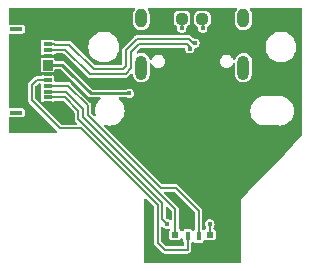
<source format=gbr>
%TF.GenerationSoftware,KiCad,Pcbnew,(6.0.9)*%
%TF.CreationDate,2022-11-22T21:50:02-05:00*%
%TF.ProjectId,011,3031312e-6b69-4636-9164-5f7063625858,rev?*%
%TF.SameCoordinates,Original*%
%TF.FileFunction,Copper,L1,Top*%
%TF.FilePolarity,Positive*%
%FSLAX46Y46*%
G04 Gerber Fmt 4.6, Leading zero omitted, Abs format (unit mm)*
G04 Created by KiCad (PCBNEW (6.0.9)) date 2022-11-22 21:50:02*
%MOMM*%
%LPD*%
G01*
G04 APERTURE LIST*
G04 Aperture macros list*
%AMRoundRect*
0 Rectangle with rounded corners*
0 $1 Rounding radius*
0 $2 $3 $4 $5 $6 $7 $8 $9 X,Y pos of 4 corners*
0 Add a 4 corners polygon primitive as box body*
4,1,4,$2,$3,$4,$5,$6,$7,$8,$9,$2,$3,0*
0 Add four circle primitives for the rounded corners*
1,1,$1+$1,$2,$3*
1,1,$1+$1,$4,$5*
1,1,$1+$1,$6,$7*
1,1,$1+$1,$8,$9*
0 Add four rect primitives between the rounded corners*
20,1,$1+$1,$2,$3,$4,$5,0*
20,1,$1+$1,$4,$5,$6,$7,0*
20,1,$1+$1,$6,$7,$8,$9,0*
20,1,$1+$1,$8,$9,$2,$3,0*%
G04 Aperture macros list end*
%TA.AperFunction,NonConductor*%
%ADD10C,0.000100*%
%TD*%
%TA.AperFunction,SMDPad,CuDef*%
%ADD11RoundRect,0.237500X0.250000X0.237500X-0.250000X0.237500X-0.250000X-0.237500X0.250000X-0.237500X0*%
%TD*%
%TA.AperFunction,SMDPad,CuDef*%
%ADD12RoundRect,0.237500X-0.250000X-0.237500X0.250000X-0.237500X0.250000X0.237500X-0.250000X0.237500X0*%
%TD*%
%TA.AperFunction,SMDPad,CuDef*%
%ADD13R,0.762000X0.355600*%
%TD*%
%TA.AperFunction,SMDPad,CuDef*%
%ADD14R,1.041400X0.355600*%
%TD*%
%TA.AperFunction,SMDPad,CuDef*%
%ADD15R,0.600000X0.500000*%
%TD*%
%TA.AperFunction,SMDPad,CuDef*%
%ADD16R,0.440000X0.750000*%
%TD*%
%TA.AperFunction,ComponentPad*%
%ADD17O,1.000000X2.100000*%
%TD*%
%TA.AperFunction,ComponentPad*%
%ADD18O,1.000000X1.600000*%
%TD*%
%TA.AperFunction,ViaPad*%
%ADD19C,0.400000*%
%TD*%
%TA.AperFunction,Conductor*%
%ADD20C,0.200000*%
%TD*%
%TA.AperFunction,Conductor*%
%ADD21C,0.250000*%
%TD*%
G04 APERTURE END LIST*
D10*
G36*
X108026200Y-58802399D02*
G01*
X107264200Y-58802399D01*
X107264200Y-57946798D01*
X108026200Y-57946798D01*
X108026200Y-58802399D01*
G37*
X108026200Y-58802399D02*
X107264200Y-58802399D01*
X107264200Y-57946798D01*
X108026200Y-57946798D01*
X108026200Y-58802399D01*
D11*
%TO.P,R2,1*%
%TO.N,GND*%
X122578500Y-54480000D03*
%TO.P,R2,2*%
%TO.N,Net-(J1-PadB5)*%
X120753500Y-54480000D03*
%TD*%
D12*
%TO.P,R1,1*%
%TO.N,GND*%
X117197500Y-54470900D03*
%TO.P,R1,2*%
%TO.N,Net-(J1-PadA5)*%
X119022500Y-54470900D03*
%TD*%
D13*
%TO.P,011,1*%
%TO.N,GND*%
X107645200Y-56124599D03*
%TO.P,011,2*%
%TO.N,/d+*%
X107645200Y-56624598D03*
%TO.P,011,3*%
%TO.N,/d-*%
X107645200Y-57124600D03*
%TO.P,011,4*%
%TO.N,GND*%
X107645200Y-57624599D03*
%TO.P,011,5*%
%TO.N,VCC*%
X107645200Y-58124598D03*
%TO.P,011,6*%
X107645200Y-58624599D03*
%TO.P,011,7*%
%TO.N,GND*%
X107645200Y-59124599D03*
%TO.P,011,8*%
%TO.N,/Annode*%
X107645200Y-59624600D03*
%TO.P,011,9*%
%TO.N,/G*%
X107645200Y-60124599D03*
%TO.P,011,10*%
%TO.N,/R*%
X107645200Y-60624598D03*
%TO.P,011,11*%
%TO.N,/B*%
X107645200Y-61124600D03*
%TO.P,011,12*%
%TO.N,GND*%
X107645200Y-61624599D03*
D14*
%TO.P,011,13*%
%TO.N,N/C*%
X104995200Y-55334598D03*
%TO.P,011,14*%
X104995200Y-62414600D03*
%TD*%
D15*
%TO.P,LED,1*%
%TO.N,/R*%
X118450000Y-72745000D03*
D16*
%TO.P,LED,2*%
%TO.N,/Annode*%
X119520000Y-72870000D03*
%TO.P,LED,3*%
%TO.N,/G*%
X120420000Y-72870000D03*
D15*
%TO.P,LED,4*%
%TO.N,/B*%
X121370000Y-72745000D03*
%TD*%
D17*
%TO.P,USB,S1*%
%TO.N,N/C*%
X115584900Y-58600900D03*
D18*
X124224900Y-54420900D03*
X115584900Y-54420900D03*
D17*
X124224900Y-58600900D03*
%TD*%
D19*
%TO.N,GND*%
X120243600Y-73964800D03*
X116713000Y-74244200D03*
X116205000Y-70637400D03*
X118160800Y-69443600D03*
X117856000Y-70916800D03*
X119761000Y-68961000D03*
X106680000Y-56515000D03*
X122047000Y-63754000D03*
X113538000Y-63881000D03*
X107420000Y-63560000D03*
X120015000Y-61087000D03*
X112268000Y-59944000D03*
X114046000Y-56388000D03*
X122047000Y-66675000D03*
X114554000Y-55753000D03*
X118821200Y-73456800D03*
X120904000Y-62738000D03*
X116459000Y-57277000D03*
X117094000Y-67437000D03*
X111379000Y-61341000D03*
X108585000Y-61772800D03*
X121031000Y-56642000D03*
X123825000Y-67183000D03*
X121920000Y-68326000D03*
X119380000Y-57785000D03*
X108762800Y-56057800D03*
X110744000Y-59436000D03*
X118110000Y-57277000D03*
X118618000Y-60960000D03*
X123571000Y-70739000D03*
X119430000Y-71080000D03*
X109093000Y-62865000D03*
X121158000Y-58039000D03*
X115443000Y-65786000D03*
X105110000Y-63460000D03*
X119888000Y-55499000D03*
X106832400Y-60629800D03*
X122428000Y-56769000D03*
X115062000Y-61595000D03*
X106807000Y-59055000D03*
X108686600Y-59359800D03*
X109829600Y-56108600D03*
X122047000Y-55499000D03*
X117221000Y-55499000D03*
X108661200Y-57708800D03*
X121666000Y-70739000D03*
X110820200Y-57073800D03*
X119253000Y-62230000D03*
X123825000Y-62865000D03*
X116967000Y-61976000D03*
X117620000Y-72850000D03*
%TO.N,Net-(J1-PadB5)*%
X120777000Y-55245000D03*
%TO.N,Net-(J1-PadA5)*%
X118999000Y-55245000D03*
%TO.N,/d-*%
X119658190Y-56998810D03*
%TO.N,/d+*%
X120117810Y-56539190D03*
%TO.N,VCC*%
X114546168Y-60779632D03*
%TO.N,/B*%
X121370000Y-71840000D03*
X117750000Y-71840000D03*
%TD*%
D20*
%TO.N,/d+*%
X108241702Y-56649599D02*
X108216701Y-56624598D01*
X109481599Y-56649599D02*
X108241702Y-56649599D01*
X111535000Y-58703000D02*
X109481599Y-56649599D01*
X114054400Y-58703000D02*
X111535000Y-58703000D01*
X114278200Y-58479200D02*
X114054400Y-58703000D01*
X108216701Y-56624598D02*
X107645200Y-56624598D01*
X119976389Y-56539190D02*
X119600199Y-56163000D01*
X114278200Y-57107600D02*
X114278200Y-58479200D01*
%TO.N,/d-*%
X119658190Y-56998810D02*
X119658190Y-56857389D01*
%TO.N,/d+*%
X115222800Y-56163000D02*
X114278200Y-57107600D01*
X119600199Y-56163000D02*
X115222800Y-56163000D01*
X120117810Y-56539190D02*
X119976389Y-56539190D01*
%TO.N,/d-*%
X109147601Y-57099599D02*
X108241702Y-57099599D01*
X119658190Y-56857389D02*
X119413801Y-56613000D01*
X119413801Y-56613000D02*
X115409200Y-56613000D01*
X114728200Y-57294000D02*
X114728200Y-58665600D01*
X115409200Y-56613000D02*
X114728200Y-57294000D01*
X114728200Y-58665600D02*
X114240800Y-59153000D01*
X114240800Y-59153000D02*
X111201002Y-59153000D01*
X111201002Y-59153000D02*
X109147601Y-57099599D01*
X108241702Y-57099599D02*
X108216701Y-57124600D01*
X108216701Y-57124600D02*
X107645200Y-57124600D01*
%TO.N,Net-(J1-PadB5)*%
X120777000Y-55245000D02*
X120777000Y-54444400D01*
X120777000Y-54444400D02*
X120753500Y-54420900D01*
D21*
X121004900Y-54433400D02*
X120992400Y-54420900D01*
D20*
%TO.N,Net-(J1-PadA5)*%
X118999000Y-55245000D02*
X118999000Y-54494400D01*
D21*
X118754900Y-54520900D02*
X118804900Y-54470900D01*
D20*
X118999000Y-54494400D02*
X119022500Y-54470900D01*
%TO.N,VCC*%
X107645200Y-58624599D02*
X107648899Y-58620900D01*
D21*
X109639300Y-59118700D02*
X108889800Y-58369200D01*
X108889800Y-58369200D02*
X107645200Y-58369200D01*
X109639300Y-59120901D02*
X111298031Y-60779632D01*
X111298031Y-60779632D02*
X114546168Y-60779632D01*
X109639300Y-59120901D02*
X109639300Y-59118700D01*
D20*
%TO.N,/B*%
X117354908Y-71444908D02*
X117750000Y-71840000D01*
X110236000Y-62958502D02*
X117354908Y-70077410D01*
X121370000Y-71840000D02*
X121370000Y-72745000D01*
X117354908Y-70077410D02*
X117354908Y-71444908D01*
X110236000Y-62259798D02*
X110236000Y-62958502D01*
X107645200Y-61124600D02*
X109100802Y-61124600D01*
X109100802Y-61124600D02*
X110236000Y-62259798D01*
%TO.N,/R*%
X109166499Y-60624598D02*
X110636010Y-62094110D01*
X107639998Y-60629800D02*
X107645200Y-60624598D01*
X107645199Y-60624599D02*
X107645200Y-60624598D01*
X110636010Y-62094110D02*
X110636010Y-62792814D01*
X107645200Y-60624598D02*
X109166499Y-60624598D01*
X110636010Y-62792814D02*
X118450000Y-70606804D01*
X118450000Y-70606804D02*
X118450000Y-72745000D01*
%TO.N,/G*%
X118500880Y-68795980D02*
X117204874Y-68795980D01*
X120420000Y-72870000D02*
X120420000Y-70715100D01*
X111036020Y-61790578D02*
X109471421Y-60225979D01*
X109370041Y-60124599D02*
X109471421Y-60225979D01*
X120420000Y-70715100D02*
X118500880Y-68795980D01*
X111036020Y-62627126D02*
X111036020Y-61790578D01*
X107645200Y-60124599D02*
X109370041Y-60124599D01*
X117204874Y-68795980D02*
X111036020Y-62627126D01*
%TO.N,/Annode*%
X107645200Y-59624600D02*
X106745400Y-59624600D01*
X106745400Y-59624600D02*
X106299000Y-60071000D01*
X119520000Y-74020000D02*
X119500000Y-74040000D01*
X110465800Y-63754000D02*
X116954900Y-70243100D01*
X106299000Y-60071000D02*
X106299000Y-61377201D01*
X116954900Y-73444900D02*
X117550000Y-74040000D01*
X116954900Y-70243100D02*
X116954900Y-73444900D01*
X106299000Y-61377201D02*
X108675799Y-63754000D01*
X119520000Y-72870000D02*
X119520000Y-74020000D01*
X117550000Y-74040000D02*
X119500000Y-74040000D01*
X107648900Y-59620900D02*
X107645200Y-59624600D01*
X108675799Y-63754000D02*
X110465800Y-63754000D01*
%TD*%
%TA.AperFunction,Conductor*%
%TO.N,GND*%
G36*
X115004178Y-53559407D02*
G01*
X115040142Y-53608907D01*
X115040142Y-53670093D01*
X115026984Y-53696425D01*
X114963013Y-53787447D01*
X114955455Y-53806832D01*
X114907711Y-53929289D01*
X114901424Y-53945413D01*
X114884400Y-54074726D01*
X114884400Y-54763416D01*
X114885456Y-54772144D01*
X114895943Y-54858800D01*
X114899624Y-54889220D01*
X114959555Y-55047823D01*
X114962935Y-55052740D01*
X114962936Y-55052743D01*
X115040179Y-55165131D01*
X115055588Y-55187551D01*
X115182179Y-55300340D01*
X115332019Y-55379676D01*
X115414239Y-55400328D01*
X115490669Y-55419527D01*
X115490672Y-55419527D01*
X115496459Y-55420981D01*
X115582059Y-55421429D01*
X115660039Y-55421838D01*
X115660041Y-55421838D01*
X115666005Y-55421869D01*
X115671801Y-55420477D01*
X115671805Y-55420477D01*
X115779197Y-55394693D01*
X115830868Y-55382288D01*
X115906199Y-55343407D01*
X115976225Y-55307264D01*
X115976227Y-55307262D01*
X115981531Y-55304525D01*
X116109296Y-55193069D01*
X116138906Y-55150939D01*
X116203356Y-55059235D01*
X116203356Y-55059234D01*
X116206787Y-55054353D01*
X116268376Y-54896387D01*
X116281000Y-54800500D01*
X116284977Y-54770287D01*
X116285400Y-54767074D01*
X116285400Y-54181067D01*
X118334500Y-54181067D01*
X118334501Y-54760732D01*
X118337399Y-54791400D01*
X118339395Y-54797084D01*
X118339396Y-54797088D01*
X118376221Y-54901948D01*
X118381039Y-54915668D01*
X118459289Y-55021611D01*
X118465245Y-55026010D01*
X118465246Y-55026011D01*
X118562757Y-55098033D01*
X118598331Y-55147813D01*
X118601720Y-55193152D01*
X118593508Y-55245000D01*
X118594727Y-55252697D01*
X118603370Y-55307264D01*
X118613354Y-55370304D01*
X118616890Y-55377243D01*
X118616890Y-55377244D01*
X118638919Y-55420477D01*
X118670950Y-55483342D01*
X118760658Y-55573050D01*
X118767595Y-55576585D01*
X118767597Y-55576586D01*
X118811073Y-55598738D01*
X118873696Y-55630646D01*
X118881390Y-55631865D01*
X118881391Y-55631865D01*
X118991303Y-55649273D01*
X118999000Y-55650492D01*
X119006697Y-55649273D01*
X119116609Y-55631865D01*
X119116610Y-55631865D01*
X119124304Y-55630646D01*
X119186927Y-55598738D01*
X119230403Y-55576586D01*
X119230405Y-55576585D01*
X119237342Y-55573050D01*
X119327050Y-55483342D01*
X119359082Y-55420477D01*
X119381110Y-55377244D01*
X119381110Y-55377243D01*
X119384646Y-55370304D01*
X119394631Y-55307264D01*
X119403273Y-55252697D01*
X119404492Y-55245000D01*
X119399597Y-55214091D01*
X119409169Y-55153659D01*
X119452434Y-55110395D01*
X119464572Y-55105198D01*
X119469577Y-55103440D01*
X119479768Y-55099861D01*
X119585711Y-55021611D01*
X119663961Y-54915668D01*
X119670000Y-54898473D01*
X119683932Y-54858800D01*
X119707601Y-54791400D01*
X119709421Y-54772148D01*
X119710282Y-54763044D01*
X119710282Y-54763034D01*
X119710500Y-54760733D01*
X119710499Y-54190167D01*
X120065500Y-54190167D01*
X120065501Y-54769832D01*
X120068399Y-54800500D01*
X120070395Y-54806184D01*
X120070396Y-54806188D01*
X120099555Y-54889220D01*
X120112039Y-54924768D01*
X120190289Y-55030711D01*
X120196245Y-55035110D01*
X120281437Y-55098033D01*
X120296232Y-55108961D01*
X120303211Y-55111412D01*
X120303215Y-55111414D01*
X120310061Y-55113818D01*
X120358700Y-55150939D01*
X120376229Y-55209559D01*
X120375038Y-55222712D01*
X120371508Y-55245000D01*
X120372727Y-55252697D01*
X120381370Y-55307264D01*
X120391354Y-55370304D01*
X120394890Y-55377243D01*
X120394890Y-55377244D01*
X120416919Y-55420477D01*
X120448950Y-55483342D01*
X120538658Y-55573050D01*
X120545595Y-55576585D01*
X120545597Y-55576586D01*
X120589073Y-55598738D01*
X120651696Y-55630646D01*
X120659390Y-55631865D01*
X120659391Y-55631865D01*
X120769303Y-55649273D01*
X120777000Y-55650492D01*
X120784697Y-55649273D01*
X120894609Y-55631865D01*
X120894610Y-55631865D01*
X120902304Y-55630646D01*
X120964927Y-55598738D01*
X121008403Y-55576586D01*
X121008405Y-55576585D01*
X121015342Y-55573050D01*
X121105050Y-55483342D01*
X121137082Y-55420477D01*
X121159110Y-55377244D01*
X121159110Y-55377243D01*
X121162646Y-55370304D01*
X121172631Y-55307264D01*
X121181273Y-55252697D01*
X121182492Y-55245000D01*
X121175571Y-55201299D01*
X121185143Y-55140867D01*
X121214534Y-55106180D01*
X121310754Y-55035111D01*
X121310755Y-55035110D01*
X121316711Y-55030711D01*
X121394961Y-54924768D01*
X121438601Y-54800500D01*
X121439169Y-54794494D01*
X121441282Y-54772144D01*
X121441282Y-54772134D01*
X121441500Y-54769833D01*
X121441499Y-54190168D01*
X121438601Y-54159500D01*
X121436603Y-54153809D01*
X121397413Y-54042214D01*
X121394961Y-54035232D01*
X121316711Y-53929289D01*
X121210768Y-53851039D01*
X121086500Y-53807399D01*
X121080496Y-53806831D01*
X121080494Y-53806831D01*
X121058144Y-53804718D01*
X121058134Y-53804718D01*
X121055833Y-53804500D01*
X120753630Y-53804500D01*
X120451168Y-53804501D01*
X120420500Y-53807399D01*
X120414816Y-53809395D01*
X120414812Y-53809396D01*
X120309621Y-53846337D01*
X120296232Y-53851039D01*
X120190289Y-53929289D01*
X120112039Y-54035232D01*
X120068399Y-54159500D01*
X120067832Y-54165503D01*
X120067831Y-54165506D01*
X120065719Y-54187852D01*
X120065500Y-54190167D01*
X119710499Y-54190167D01*
X119710499Y-54181068D01*
X119707601Y-54150400D01*
X119705603Y-54144709D01*
X119666413Y-54033114D01*
X119663961Y-54026132D01*
X119585711Y-53920189D01*
X119479768Y-53841939D01*
X119355500Y-53798299D01*
X119349496Y-53797731D01*
X119349494Y-53797731D01*
X119327144Y-53795618D01*
X119327134Y-53795618D01*
X119324833Y-53795400D01*
X119022630Y-53795400D01*
X118720168Y-53795401D01*
X118689500Y-53798299D01*
X118683816Y-53800295D01*
X118683812Y-53800296D01*
X118572214Y-53839487D01*
X118565232Y-53841939D01*
X118459289Y-53920189D01*
X118381039Y-54026132D01*
X118337399Y-54150400D01*
X118336832Y-54156403D01*
X118336831Y-54156406D01*
X118334719Y-54178752D01*
X118334500Y-54181067D01*
X116285400Y-54181067D01*
X116285400Y-54078384D01*
X116270176Y-53952580D01*
X116210245Y-53793977D01*
X116142614Y-53695574D01*
X116125236Y-53636909D01*
X116145660Y-53579233D01*
X116196084Y-53544577D01*
X116224202Y-53540500D01*
X123585987Y-53540500D01*
X123644178Y-53559407D01*
X123680142Y-53608907D01*
X123680142Y-53670093D01*
X123666984Y-53696425D01*
X123603013Y-53787447D01*
X123595455Y-53806832D01*
X123547711Y-53929289D01*
X123541424Y-53945413D01*
X123524400Y-54074726D01*
X123524400Y-54763416D01*
X123525456Y-54772144D01*
X123535943Y-54858800D01*
X123539624Y-54889220D01*
X123599555Y-55047823D01*
X123602935Y-55052740D01*
X123602936Y-55052743D01*
X123680179Y-55165131D01*
X123695588Y-55187551D01*
X123822179Y-55300340D01*
X123972019Y-55379676D01*
X124054239Y-55400328D01*
X124130669Y-55419527D01*
X124130672Y-55419527D01*
X124136459Y-55420981D01*
X124222059Y-55421429D01*
X124300039Y-55421838D01*
X124300041Y-55421838D01*
X124306005Y-55421869D01*
X124311801Y-55420477D01*
X124311805Y-55420477D01*
X124419197Y-55394693D01*
X124470868Y-55382288D01*
X124546199Y-55343407D01*
X124616225Y-55307264D01*
X124616227Y-55307262D01*
X124621531Y-55304525D01*
X124749296Y-55193069D01*
X124778906Y-55150939D01*
X124843356Y-55059235D01*
X124843356Y-55059234D01*
X124846787Y-55054353D01*
X124908376Y-54896387D01*
X124921000Y-54800500D01*
X124924977Y-54770287D01*
X124925400Y-54767074D01*
X124925400Y-54078384D01*
X124910176Y-53952580D01*
X124850245Y-53793977D01*
X124782614Y-53695574D01*
X124765236Y-53636909D01*
X124785660Y-53579233D01*
X124836084Y-53544577D01*
X124864202Y-53540500D01*
X129113500Y-53540500D01*
X129171691Y-53559407D01*
X129207655Y-53608907D01*
X129212500Y-53639500D01*
X129212500Y-64269093D01*
X129193593Y-64327284D01*
X129185148Y-64337413D01*
X127708314Y-65886180D01*
X124595573Y-69150535D01*
X124088600Y-69682201D01*
X124085444Y-69685086D01*
X124077976Y-69688672D01*
X124057507Y-69714267D01*
X124051857Y-69720733D01*
X124045297Y-69727613D01*
X124042455Y-69732383D01*
X124039090Y-69736814D01*
X124039087Y-69736812D01*
X124036559Y-69740460D01*
X124027806Y-69751406D01*
X124020844Y-69760112D01*
X124018346Y-69770974D01*
X124017003Y-69773753D01*
X124016049Y-69776701D01*
X124010341Y-69786280D01*
X124009352Y-69797386D01*
X124009352Y-69797387D01*
X124008111Y-69811331D01*
X124007357Y-69816079D01*
X124006755Y-69821383D01*
X124005500Y-69826839D01*
X124005500Y-69836248D01*
X124005110Y-69845028D01*
X124002228Y-69877395D01*
X124005197Y-69885288D01*
X124005500Y-69889757D01*
X124005500Y-75075000D01*
X123986593Y-75133191D01*
X123937093Y-75169155D01*
X123906500Y-75174000D01*
X115933000Y-75174000D01*
X115874809Y-75155093D01*
X115838845Y-75105593D01*
X115834000Y-75075000D01*
X115834000Y-69890230D01*
X115834262Y-69886575D01*
X115837056Y-69879313D01*
X115834327Y-69845799D01*
X115834000Y-69837764D01*
X115834000Y-69827397D01*
X115832764Y-69821981D01*
X115832142Y-69816455D01*
X115832234Y-69816445D01*
X115831602Y-69812337D01*
X115829754Y-69789642D01*
X115843876Y-69730108D01*
X115890294Y-69690246D01*
X115951277Y-69685280D01*
X115998431Y-69711603D01*
X116625404Y-70338576D01*
X116653181Y-70393093D01*
X116654400Y-70408580D01*
X116654400Y-73391392D01*
X116654097Y-73395517D01*
X116652475Y-73400242D01*
X116652818Y-73409376D01*
X116654330Y-73449661D01*
X116654400Y-73453374D01*
X116654400Y-73472848D01*
X116655225Y-73477278D01*
X116655561Y-73482471D01*
X116656674Y-73512108D01*
X116660280Y-73520502D01*
X116660281Y-73520505D01*
X116661217Y-73522683D01*
X116667583Y-73543634D01*
X116669691Y-73554953D01*
X116674488Y-73562735D01*
X116683668Y-73577628D01*
X116690351Y-73590495D01*
X116700864Y-73614963D01*
X116704878Y-73619849D01*
X116709242Y-73624213D01*
X116723513Y-73642268D01*
X116728432Y-73650248D01*
X116751669Y-73667918D01*
X116761739Y-73676710D01*
X117299680Y-74214651D01*
X117302380Y-74217780D01*
X117304575Y-74222269D01*
X117311278Y-74228487D01*
X117340822Y-74255893D01*
X117343498Y-74258469D01*
X117357276Y-74272247D01*
X117360987Y-74274792D01*
X117364892Y-74278220D01*
X117386646Y-74298401D01*
X117395133Y-74301787D01*
X117397336Y-74302666D01*
X117416652Y-74312980D01*
X117418607Y-74314321D01*
X117418610Y-74314322D01*
X117426146Y-74319492D01*
X117452058Y-74325641D01*
X117465884Y-74330014D01*
X117484132Y-74337294D01*
X117484134Y-74337294D01*
X117490622Y-74339883D01*
X117496915Y-74340500D01*
X117503084Y-74340500D01*
X117525943Y-74343175D01*
X117526173Y-74343230D01*
X117526175Y-74343230D01*
X117535066Y-74345340D01*
X117563988Y-74341404D01*
X117577337Y-74340500D01*
X119446492Y-74340500D01*
X119450617Y-74340803D01*
X119455342Y-74342425D01*
X119504761Y-74340570D01*
X119508474Y-74340500D01*
X119527948Y-74340500D01*
X119532378Y-74339675D01*
X119537571Y-74339339D01*
X119553602Y-74338737D01*
X119558075Y-74338569D01*
X119567208Y-74338226D01*
X119575602Y-74334620D01*
X119575605Y-74334619D01*
X119577783Y-74333683D01*
X119598734Y-74327317D01*
X119610053Y-74325209D01*
X119632729Y-74311232D01*
X119645596Y-74304548D01*
X119663642Y-74296795D01*
X119663643Y-74296794D01*
X119670063Y-74294036D01*
X119674949Y-74290022D01*
X119679312Y-74285659D01*
X119697367Y-74271388D01*
X119697566Y-74271265D01*
X119697567Y-74271264D01*
X119705348Y-74266468D01*
X119710880Y-74259193D01*
X119720817Y-74246125D01*
X119727039Y-74238723D01*
X119735892Y-74229179D01*
X119738470Y-74226502D01*
X119752248Y-74212724D01*
X119754793Y-74209013D01*
X119758234Y-74205094D01*
X119772185Y-74190055D01*
X119772185Y-74190054D01*
X119778401Y-74183354D01*
X119781787Y-74174866D01*
X119781789Y-74174863D01*
X119782667Y-74172662D01*
X119792981Y-74153346D01*
X119794322Y-74151391D01*
X119794323Y-74151389D01*
X119799492Y-74143854D01*
X119805641Y-74117941D01*
X119810014Y-74104116D01*
X119817294Y-74085868D01*
X119817294Y-74085866D01*
X119819883Y-74079378D01*
X119820500Y-74073085D01*
X119820500Y-74066916D01*
X119823175Y-74044057D01*
X119823230Y-74043827D01*
X119823230Y-74043825D01*
X119825340Y-74034934D01*
X119821404Y-74006012D01*
X119820500Y-73992663D01*
X119820500Y-73485267D01*
X119839407Y-73427076D01*
X119864498Y-73402952D01*
X119876442Y-73394971D01*
X119884552Y-73389552D01*
X119889971Y-73381442D01*
X119896863Y-73374550D01*
X119898584Y-73376271D01*
X119935733Y-73346985D01*
X119996871Y-73344582D01*
X120042571Y-73375116D01*
X120043137Y-73374550D01*
X120045983Y-73377396D01*
X120047746Y-73378574D01*
X120049299Y-73380712D01*
X120050029Y-73381442D01*
X120055448Y-73389552D01*
X120121769Y-73433867D01*
X120131332Y-73435769D01*
X120131334Y-73435770D01*
X120154005Y-73440279D01*
X120180252Y-73445500D01*
X120659748Y-73445500D01*
X120685995Y-73440279D01*
X120708666Y-73435770D01*
X120708668Y-73435769D01*
X120718231Y-73433867D01*
X120784552Y-73389552D01*
X120828867Y-73323231D01*
X120834501Y-73294908D01*
X120839551Y-73269521D01*
X120839552Y-73269512D01*
X120840500Y-73264748D01*
X120840500Y-73259880D01*
X120840733Y-73257513D01*
X120865252Y-73201455D01*
X120918038Y-73170515D01*
X120977143Y-73175750D01*
X120983663Y-73178451D01*
X120991769Y-73183867D01*
X121050252Y-73195500D01*
X121689748Y-73195500D01*
X121715995Y-73190279D01*
X121738666Y-73185770D01*
X121738668Y-73185769D01*
X121748231Y-73183867D01*
X121814552Y-73139552D01*
X121858867Y-73073231D01*
X121870500Y-73014748D01*
X121870500Y-72475252D01*
X121858867Y-72416769D01*
X121814552Y-72350448D01*
X121748231Y-72306133D01*
X121738667Y-72304231D01*
X121731614Y-72301309D01*
X121685088Y-72261572D01*
X121670500Y-72209845D01*
X121670500Y-72146356D01*
X121689406Y-72088167D01*
X121692543Y-72083849D01*
X121698050Y-72078342D01*
X121755646Y-71965304D01*
X121775492Y-71840000D01*
X121755646Y-71714696D01*
X121698050Y-71601658D01*
X121608342Y-71511950D01*
X121601405Y-71508415D01*
X121601403Y-71508414D01*
X121502244Y-71457890D01*
X121502243Y-71457890D01*
X121495304Y-71454354D01*
X121487610Y-71453135D01*
X121487609Y-71453135D01*
X121377697Y-71435727D01*
X121370000Y-71434508D01*
X121362303Y-71435727D01*
X121252391Y-71453135D01*
X121252390Y-71453135D01*
X121244696Y-71454354D01*
X121237757Y-71457890D01*
X121237756Y-71457890D01*
X121138597Y-71508414D01*
X121138595Y-71508415D01*
X121131658Y-71511950D01*
X121041950Y-71601658D01*
X120984354Y-71714696D01*
X120964508Y-71840000D01*
X120984354Y-71965304D01*
X121041950Y-72078342D01*
X121047457Y-72083849D01*
X121050594Y-72088167D01*
X121069500Y-72146356D01*
X121069500Y-72209845D01*
X121050593Y-72268036D01*
X121008386Y-72301309D01*
X121001333Y-72304231D01*
X120991769Y-72306133D01*
X120925448Y-72350448D01*
X120922501Y-72354858D01*
X120870487Y-72381360D01*
X120810055Y-72371789D01*
X120788204Y-72355914D01*
X120784552Y-72350448D01*
X120764498Y-72337048D01*
X120726619Y-72288997D01*
X120720500Y-72254733D01*
X120720500Y-70768614D01*
X120720803Y-70764485D01*
X120722426Y-70759758D01*
X120720570Y-70710323D01*
X120720500Y-70706609D01*
X120720500Y-70687152D01*
X120719675Y-70682722D01*
X120719339Y-70677536D01*
X120718569Y-70657025D01*
X120718569Y-70657024D01*
X120718226Y-70647892D01*
X120714620Y-70639498D01*
X120714619Y-70639495D01*
X120713683Y-70637317D01*
X120707317Y-70616366D01*
X120705209Y-70605047D01*
X120691230Y-70582369D01*
X120684550Y-70569509D01*
X120676792Y-70551453D01*
X120674036Y-70545038D01*
X120670023Y-70540152D01*
X120665658Y-70535787D01*
X120651387Y-70517732D01*
X120651264Y-70517533D01*
X120646468Y-70509752D01*
X120623231Y-70492082D01*
X120613161Y-70483290D01*
X118751200Y-68621329D01*
X118748500Y-68618200D01*
X118746305Y-68613711D01*
X118710058Y-68580087D01*
X118707382Y-68577511D01*
X118693603Y-68563732D01*
X118689893Y-68561187D01*
X118685980Y-68557751D01*
X118670935Y-68543795D01*
X118664234Y-68537579D01*
X118653544Y-68533314D01*
X118634228Y-68523000D01*
X118632273Y-68521659D01*
X118632270Y-68521658D01*
X118624734Y-68516488D01*
X118598821Y-68510339D01*
X118584996Y-68505966D01*
X118566748Y-68498686D01*
X118566746Y-68498686D01*
X118560258Y-68496097D01*
X118553965Y-68495480D01*
X118547796Y-68495480D01*
X118524937Y-68492805D01*
X118524707Y-68492750D01*
X118524705Y-68492750D01*
X118515814Y-68490640D01*
X118486893Y-68494576D01*
X118473543Y-68495480D01*
X117370353Y-68495480D01*
X117312162Y-68476573D01*
X117300349Y-68466484D01*
X112445988Y-63612123D01*
X112418211Y-63557606D01*
X112427782Y-63497174D01*
X112471047Y-63453909D01*
X112531479Y-63444338D01*
X112541615Y-63446492D01*
X112682746Y-63484308D01*
X112682748Y-63484308D01*
X112686923Y-63485427D01*
X112904900Y-63504497D01*
X113122877Y-63485427D01*
X113127052Y-63484308D01*
X113127054Y-63484308D01*
X113276223Y-63444338D01*
X113334230Y-63428795D01*
X113532539Y-63336322D01*
X113711777Y-63210818D01*
X113866498Y-63056097D01*
X113982521Y-62890398D01*
X113989520Y-62880403D01*
X113989521Y-62880401D01*
X113992002Y-62876858D01*
X114084475Y-62678550D01*
X114116981Y-62557237D01*
X114139988Y-62471374D01*
X114139988Y-62471372D01*
X114141107Y-62467197D01*
X114151113Y-62352821D01*
X124804380Y-62352821D01*
X124805054Y-62356858D01*
X124837817Y-62553195D01*
X124838491Y-62557237D01*
X124839819Y-62561105D01*
X124902608Y-62744003D01*
X124905782Y-62753250D01*
X125004418Y-62935514D01*
X125006932Y-62938744D01*
X125006934Y-62938747D01*
X125081156Y-63034107D01*
X125131709Y-63099057D01*
X125284182Y-63239418D01*
X125457678Y-63352769D01*
X125545988Y-63391505D01*
X125643723Y-63434376D01*
X125643727Y-63434377D01*
X125647465Y-63436017D01*
X125651427Y-63437020D01*
X125651426Y-63437020D01*
X125844070Y-63485804D01*
X125848366Y-63486892D01*
X125852441Y-63487230D01*
X125852443Y-63487230D01*
X126043589Y-63503069D01*
X126046731Y-63503380D01*
X126048720Y-63503609D01*
X126054182Y-63504875D01*
X126054900Y-63504876D01*
X126060352Y-63503632D01*
X126060355Y-63503632D01*
X126066634Y-63502200D01*
X126088652Y-63499720D01*
X127220619Y-63499720D01*
X127242974Y-63502277D01*
X127254182Y-63504875D01*
X127254900Y-63504876D01*
X127260346Y-63503634D01*
X127263008Y-63503336D01*
X127265840Y-63503060D01*
X127457350Y-63487191D01*
X127457351Y-63487191D01*
X127461428Y-63486853D01*
X127465571Y-63485804D01*
X127506391Y-63475467D01*
X127662322Y-63435979D01*
X127666060Y-63434339D01*
X127666064Y-63434338D01*
X127763934Y-63391408D01*
X127852103Y-63352734D01*
X128025593Y-63239387D01*
X128178061Y-63099030D01*
X128219019Y-63046407D01*
X128302832Y-62938725D01*
X128302834Y-62938722D01*
X128305348Y-62935492D01*
X128383070Y-62791875D01*
X128402033Y-62756834D01*
X128402034Y-62756832D01*
X128403981Y-62753234D01*
X128407711Y-62742371D01*
X128469942Y-62561095D01*
X128471270Y-62557227D01*
X128478865Y-62511716D01*
X128487013Y-62462886D01*
X128505380Y-62352818D01*
X128505380Y-62145582D01*
X128483059Y-62011819D01*
X128471943Y-61945205D01*
X128471942Y-61945203D01*
X128471270Y-61941173D01*
X128428288Y-61815970D01*
X128405311Y-61749039D01*
X128405309Y-61749035D01*
X128403981Y-61745166D01*
X128387642Y-61714973D01*
X128335118Y-61617918D01*
X128305348Y-61562908D01*
X128300372Y-61556514D01*
X128199036Y-61426319D01*
X128178061Y-61399370D01*
X128025593Y-61259013D01*
X127852103Y-61145666D01*
X127745341Y-61098836D01*
X127666064Y-61064062D01*
X127666060Y-61064061D01*
X127662322Y-61062421D01*
X127461428Y-61011547D01*
X127457351Y-61011209D01*
X127457350Y-61011209D01*
X127266212Y-60995371D01*
X127263069Y-60995060D01*
X127261080Y-60994831D01*
X127255618Y-60993565D01*
X127254900Y-60993564D01*
X127249448Y-60994808D01*
X127249445Y-60994808D01*
X127243166Y-60996240D01*
X127221148Y-60998720D01*
X126089181Y-60998720D01*
X126066826Y-60996163D01*
X126063409Y-60995371D01*
X126055618Y-60993565D01*
X126054900Y-60993564D01*
X126049458Y-60994806D01*
X126046712Y-60995073D01*
X125852444Y-61011170D01*
X125852443Y-61011170D01*
X125848366Y-61011508D01*
X125844402Y-61012512D01*
X125844401Y-61012512D01*
X125790380Y-61026192D01*
X125647465Y-61062383D01*
X125643727Y-61064023D01*
X125643723Y-61064024D01*
X125580574Y-61091724D01*
X125457678Y-61145631D01*
X125284182Y-61258982D01*
X125131709Y-61399343D01*
X125110713Y-61426319D01*
X125009378Y-61556514D01*
X125004418Y-61562886D01*
X124905782Y-61745150D01*
X124904454Y-61749019D01*
X124904452Y-61749023D01*
X124872931Y-61840843D01*
X124838491Y-61941163D01*
X124837819Y-61945193D01*
X124837818Y-61945195D01*
X124832265Y-61978475D01*
X124804380Y-62145579D01*
X124804380Y-62352821D01*
X114151113Y-62352821D01*
X114160177Y-62249220D01*
X114141107Y-62031243D01*
X114129168Y-61986684D01*
X114087083Y-61829625D01*
X114084475Y-61819890D01*
X113992002Y-61621582D01*
X113989437Y-61617918D01*
X113922832Y-61522797D01*
X113866498Y-61442343D01*
X113711777Y-61287622D01*
X113708236Y-61285143D01*
X113704928Y-61282367D01*
X113705599Y-61281567D01*
X113671536Y-61236363D01*
X113670468Y-61175187D01*
X113705562Y-61125067D01*
X113765142Y-61105132D01*
X114279053Y-61105132D01*
X114323998Y-61115922D01*
X114386776Y-61147909D01*
X114420864Y-61165278D01*
X114428558Y-61166497D01*
X114428559Y-61166497D01*
X114538471Y-61183905D01*
X114546168Y-61185124D01*
X114553865Y-61183905D01*
X114663777Y-61166497D01*
X114663778Y-61166497D01*
X114671472Y-61165278D01*
X114678412Y-61161742D01*
X114777571Y-61111218D01*
X114777573Y-61111217D01*
X114784510Y-61107682D01*
X114874218Y-61017974D01*
X114884029Y-60998720D01*
X114928278Y-60911876D01*
X114928278Y-60911875D01*
X114931814Y-60904936D01*
X114951660Y-60779632D01*
X114931814Y-60654328D01*
X114874218Y-60541290D01*
X114784510Y-60451582D01*
X114777573Y-60448047D01*
X114777571Y-60448046D01*
X114678412Y-60397522D01*
X114678411Y-60397522D01*
X114671472Y-60393986D01*
X114663778Y-60392767D01*
X114663777Y-60392767D01*
X114553865Y-60375359D01*
X114546168Y-60374140D01*
X114538471Y-60375359D01*
X114428559Y-60392767D01*
X114428558Y-60392767D01*
X114420864Y-60393986D01*
X114413925Y-60397522D01*
X114413924Y-60397522D01*
X114323998Y-60443342D01*
X114279053Y-60454132D01*
X111473865Y-60454132D01*
X111415674Y-60435225D01*
X111403861Y-60425136D01*
X109911985Y-58933260D01*
X109899029Y-58916374D01*
X109896827Y-58913749D01*
X109892494Y-58906245D01*
X109862729Y-58881269D01*
X109856361Y-58875435D01*
X109133069Y-58152143D01*
X109127234Y-58145775D01*
X109117132Y-58133736D01*
X109102255Y-58116006D01*
X109068592Y-58096571D01*
X109061311Y-58091932D01*
X109058856Y-58090213D01*
X109029484Y-58069646D01*
X109021116Y-58067404D01*
X109015829Y-58064938D01*
X109010344Y-58062942D01*
X109002845Y-58058612D01*
X108994319Y-58057109D01*
X108994317Y-58057108D01*
X108964584Y-58051866D01*
X108956149Y-58049996D01*
X108926974Y-58042178D01*
X108918607Y-58039936D01*
X108909978Y-58040691D01*
X108879895Y-58043323D01*
X108871266Y-58043700D01*
X108325758Y-58043700D01*
X108267567Y-58024793D01*
X108231603Y-57975293D01*
X108226758Y-57944613D01*
X108226786Y-57912373D01*
X108226796Y-57901224D01*
X108221970Y-57891173D01*
X108221117Y-57887420D01*
X108220986Y-57887027D01*
X108220703Y-57887144D01*
X108218555Y-57881959D01*
X108216362Y-57875076D01*
X108215067Y-57868567D01*
X108213542Y-57866285D01*
X108211559Y-57857591D01*
X108204151Y-57848295D01*
X108192336Y-57829461D01*
X108187189Y-57818742D01*
X108178343Y-57811667D01*
X108175121Y-57808784D01*
X108170752Y-57802246D01*
X108164333Y-57797956D01*
X108161608Y-57794905D01*
X108154537Y-57786033D01*
X108143836Y-57780872D01*
X108125014Y-57769019D01*
X108115731Y-57761595D01*
X108106862Y-57759556D01*
X108104431Y-57757931D01*
X108097591Y-57756570D01*
X108091389Y-57754588D01*
X108085848Y-57752292D01*
X108085970Y-57751997D01*
X108082166Y-57751126D01*
X108072124Y-57746282D01*
X108060978Y-57746272D01*
X108060977Y-57746272D01*
X108049050Y-57746262D01*
X108049052Y-57744471D01*
X108048990Y-57744477D01*
X108048990Y-57746248D01*
X108033237Y-57746248D01*
X107980919Y-57746202D01*
X107980626Y-57746202D01*
X107980536Y-57746245D01*
X107980510Y-57746248D01*
X107271237Y-57746248D01*
X107218626Y-57746202D01*
X107208575Y-57751028D01*
X107204822Y-57751881D01*
X107204429Y-57752012D01*
X107204546Y-57752295D01*
X107199361Y-57754443D01*
X107192478Y-57756636D01*
X107185969Y-57757931D01*
X107183687Y-57759456D01*
X107174993Y-57761439D01*
X107166274Y-57768387D01*
X107165698Y-57768846D01*
X107146863Y-57780662D01*
X107136144Y-57785809D01*
X107129181Y-57794515D01*
X107129069Y-57794655D01*
X107126186Y-57797877D01*
X107119648Y-57802246D01*
X107115358Y-57808665D01*
X107112307Y-57811390D01*
X107103435Y-57818461D01*
X107098275Y-57829160D01*
X107086421Y-57847984D01*
X107078997Y-57857267D01*
X107076958Y-57866136D01*
X107075333Y-57868567D01*
X107073972Y-57875407D01*
X107071990Y-57881609D01*
X107069694Y-57887150D01*
X107069399Y-57887028D01*
X107068528Y-57890832D01*
X107063684Y-57900874D01*
X107063664Y-57923948D01*
X107061873Y-57923946D01*
X107061879Y-57924008D01*
X107063650Y-57924008D01*
X107063650Y-57939761D01*
X107063638Y-57954034D01*
X107063604Y-57992372D01*
X107063647Y-57992462D01*
X107063650Y-57992488D01*
X107063650Y-58795362D01*
X107063604Y-58847973D01*
X107068430Y-58858024D01*
X107069283Y-58861777D01*
X107069414Y-58862170D01*
X107069697Y-58862053D01*
X107071845Y-58867238D01*
X107074038Y-58874121D01*
X107075333Y-58880630D01*
X107076858Y-58882912D01*
X107078841Y-58891606D01*
X107086038Y-58900637D01*
X107086248Y-58900901D01*
X107098064Y-58919736D01*
X107103211Y-58930455D01*
X107111917Y-58937418D01*
X107112057Y-58937530D01*
X107115279Y-58940413D01*
X107119648Y-58946951D01*
X107126067Y-58951241D01*
X107128792Y-58954292D01*
X107135863Y-58963164D01*
X107146564Y-58968325D01*
X107165386Y-58980178D01*
X107174669Y-58987602D01*
X107183538Y-58989641D01*
X107185969Y-58991266D01*
X107192809Y-58992627D01*
X107199011Y-58994609D01*
X107204552Y-58996905D01*
X107204430Y-58997200D01*
X107208234Y-58998071D01*
X107218276Y-59002915D01*
X107229422Y-59002925D01*
X107229423Y-59002925D01*
X107241350Y-59002935D01*
X107241348Y-59004726D01*
X107241410Y-59004720D01*
X107241410Y-59002949D01*
X107257163Y-59002949D01*
X107309481Y-59002995D01*
X107309774Y-59002995D01*
X107309864Y-59002952D01*
X107309890Y-59002949D01*
X108019163Y-59002949D01*
X108071774Y-59002995D01*
X108081825Y-58998169D01*
X108085578Y-58997316D01*
X108085971Y-58997185D01*
X108085854Y-58996902D01*
X108091039Y-58994754D01*
X108097922Y-58992561D01*
X108104431Y-58991266D01*
X108106713Y-58989741D01*
X108115407Y-58987758D01*
X108124703Y-58980350D01*
X108143537Y-58968535D01*
X108154256Y-58963388D01*
X108161331Y-58954542D01*
X108164214Y-58951320D01*
X108170752Y-58946951D01*
X108175042Y-58940532D01*
X108178093Y-58937807D01*
X108186965Y-58930736D01*
X108192126Y-58920035D01*
X108203979Y-58901213D01*
X108211403Y-58891930D01*
X108213442Y-58883061D01*
X108215067Y-58880630D01*
X108216428Y-58873790D01*
X108218410Y-58867588D01*
X108220706Y-58862047D01*
X108221001Y-58862169D01*
X108221872Y-58858365D01*
X108226716Y-58848323D01*
X108226736Y-58825249D01*
X108228527Y-58825251D01*
X108228521Y-58825189D01*
X108226750Y-58825189D01*
X108226750Y-58809435D01*
X108226764Y-58793612D01*
X108245723Y-58735438D01*
X108295255Y-58699518D01*
X108325764Y-58694700D01*
X108713966Y-58694700D01*
X108772157Y-58713607D01*
X108783970Y-58723696D01*
X109366615Y-59306341D01*
X109379571Y-59323227D01*
X109381773Y-59325852D01*
X109386106Y-59333356D01*
X109392744Y-59338926D01*
X109415871Y-59358332D01*
X109422239Y-59364166D01*
X111054762Y-60996689D01*
X111060596Y-61003056D01*
X111085576Y-61032826D01*
X111119236Y-61052259D01*
X111126520Y-61056900D01*
X111158347Y-61079186D01*
X111166715Y-61081428D01*
X111172002Y-61083894D01*
X111177487Y-61085890D01*
X111184986Y-61090220D01*
X111193512Y-61091723D01*
X111193514Y-61091724D01*
X111223247Y-61096966D01*
X111231681Y-61098836D01*
X111269224Y-61108896D01*
X111307939Y-61105509D01*
X111316568Y-61105132D01*
X112044658Y-61105132D01*
X112102849Y-61124039D01*
X112138813Y-61173539D01*
X112138813Y-61234725D01*
X112104174Y-61281536D01*
X112104872Y-61282367D01*
X112101564Y-61285143D01*
X112098023Y-61287622D01*
X111943302Y-61442343D01*
X111886968Y-61522797D01*
X111820364Y-61617918D01*
X111817798Y-61621582D01*
X111725325Y-61819890D01*
X111722717Y-61829625D01*
X111680633Y-61986684D01*
X111668693Y-62031243D01*
X111649623Y-62249220D01*
X111668693Y-62467197D01*
X111669812Y-62471372D01*
X111669812Y-62471374D01*
X111707628Y-62612505D01*
X111704425Y-62673607D01*
X111665920Y-62721156D01*
X111606820Y-62736992D01*
X111549698Y-62715065D01*
X111541997Y-62708132D01*
X111365516Y-62531651D01*
X111337739Y-62477134D01*
X111336520Y-62461647D01*
X111336520Y-61844086D01*
X111336823Y-61839961D01*
X111338445Y-61835236D01*
X111336590Y-61785817D01*
X111336520Y-61782104D01*
X111336520Y-61762630D01*
X111335695Y-61758200D01*
X111335358Y-61752995D01*
X111334929Y-61741549D01*
X111334246Y-61723370D01*
X111330640Y-61714976D01*
X111330639Y-61714973D01*
X111329703Y-61712795D01*
X111323337Y-61691844D01*
X111321229Y-61680525D01*
X111307252Y-61657849D01*
X111300568Y-61644982D01*
X111292815Y-61626936D01*
X111292814Y-61626935D01*
X111290056Y-61620515D01*
X111286042Y-61615629D01*
X111281678Y-61611265D01*
X111267407Y-61593210D01*
X111267284Y-61593011D01*
X111262488Y-61585230D01*
X111239251Y-61567560D01*
X111229181Y-61558768D01*
X109620361Y-59949948D01*
X109617661Y-59946819D01*
X109615466Y-59942330D01*
X109579219Y-59908706D01*
X109576543Y-59906130D01*
X109562764Y-59892351D01*
X109559054Y-59889806D01*
X109555141Y-59886370D01*
X109540096Y-59872414D01*
X109533395Y-59866198D01*
X109522705Y-59861933D01*
X109503389Y-59851619D01*
X109501434Y-59850278D01*
X109501431Y-59850277D01*
X109493895Y-59845107D01*
X109467982Y-59838958D01*
X109454157Y-59834585D01*
X109435909Y-59827305D01*
X109435907Y-59827305D01*
X109429419Y-59824716D01*
X109423126Y-59824099D01*
X109416957Y-59824099D01*
X109394098Y-59821424D01*
X109393868Y-59821369D01*
X109393866Y-59821369D01*
X109384975Y-59819259D01*
X109356054Y-59823195D01*
X109342704Y-59824099D01*
X108325700Y-59824099D01*
X108267509Y-59805192D01*
X108231545Y-59755692D01*
X108226700Y-59725099D01*
X108226700Y-59427052D01*
X108220947Y-59398132D01*
X108216970Y-59378134D01*
X108216969Y-59378132D01*
X108215067Y-59368569D01*
X108170752Y-59302248D01*
X108104431Y-59257933D01*
X108094868Y-59256031D01*
X108094866Y-59256030D01*
X108072195Y-59251521D01*
X108045948Y-59246300D01*
X107244452Y-59246300D01*
X107218205Y-59251521D01*
X107195534Y-59256030D01*
X107195532Y-59256031D01*
X107185969Y-59257933D01*
X107119648Y-59302248D01*
X107118585Y-59300657D01*
X107074966Y-59322881D01*
X107059479Y-59324100D01*
X106798908Y-59324100D01*
X106794783Y-59323797D01*
X106790058Y-59322175D01*
X106740639Y-59324030D01*
X106736926Y-59324100D01*
X106717452Y-59324100D01*
X106713022Y-59324925D01*
X106707829Y-59325261D01*
X106691798Y-59325863D01*
X106687325Y-59326031D01*
X106678192Y-59326374D01*
X106669798Y-59329980D01*
X106669795Y-59329981D01*
X106667617Y-59330917D01*
X106646666Y-59337283D01*
X106635347Y-59339391D01*
X106627564Y-59344188D01*
X106627565Y-59344188D01*
X106612672Y-59353368D01*
X106599804Y-59360052D01*
X106581758Y-59367805D01*
X106581757Y-59367806D01*
X106575337Y-59370564D01*
X106570451Y-59374578D01*
X106566087Y-59378942D01*
X106548032Y-59393213D01*
X106540052Y-59398132D01*
X106522382Y-59421369D01*
X106513590Y-59431439D01*
X106124349Y-59820680D01*
X106121220Y-59823380D01*
X106116731Y-59825575D01*
X106110513Y-59832278D01*
X106083107Y-59861822D01*
X106080531Y-59864498D01*
X106066752Y-59878277D01*
X106064207Y-59881987D01*
X106060771Y-59885900D01*
X106040599Y-59907646D01*
X106037212Y-59916134D01*
X106037212Y-59916135D01*
X106036334Y-59918336D01*
X106026020Y-59937652D01*
X106024679Y-59939607D01*
X106024678Y-59939610D01*
X106019508Y-59947146D01*
X106017398Y-59956038D01*
X106013359Y-59973058D01*
X106008986Y-59986884D01*
X106006344Y-59993507D01*
X105999117Y-60011622D01*
X105998500Y-60017915D01*
X105998500Y-60024084D01*
X105995825Y-60046943D01*
X105993660Y-60056066D01*
X105997596Y-60084987D01*
X105998500Y-60098337D01*
X105998500Y-61323693D01*
X105998197Y-61327818D01*
X105996575Y-61332543D01*
X105996918Y-61341677D01*
X105998430Y-61381962D01*
X105998500Y-61385675D01*
X105998500Y-61405149D01*
X105999325Y-61409579D01*
X105999661Y-61414772D01*
X106000774Y-61444409D01*
X106004380Y-61452803D01*
X106004381Y-61452806D01*
X106005317Y-61454984D01*
X106011683Y-61475935D01*
X106013791Y-61487254D01*
X106018588Y-61495036D01*
X106027768Y-61509929D01*
X106034451Y-61522796D01*
X106044964Y-61547264D01*
X106048978Y-61552150D01*
X106053342Y-61556514D01*
X106067613Y-61574569D01*
X106072532Y-61582549D01*
X106095769Y-61600219D01*
X106105839Y-61609011D01*
X108425483Y-63928656D01*
X108428180Y-63931781D01*
X108430374Y-63936269D01*
X108448864Y-63953421D01*
X108478666Y-64006856D01*
X108471369Y-64067604D01*
X108429758Y-64112461D01*
X108381535Y-64125000D01*
X104439500Y-64125000D01*
X104381309Y-64106093D01*
X104345345Y-64056593D01*
X104340500Y-64026000D01*
X104340500Y-62890398D01*
X104359407Y-62832207D01*
X104408907Y-62796243D01*
X104449202Y-62791875D01*
X104449988Y-62791952D01*
X104454752Y-62792900D01*
X105535648Y-62792900D01*
X105561895Y-62787679D01*
X105584566Y-62783170D01*
X105584568Y-62783169D01*
X105594131Y-62781267D01*
X105660452Y-62736952D01*
X105704767Y-62670631D01*
X105716400Y-62612148D01*
X105716400Y-62217052D01*
X105704767Y-62158569D01*
X105660452Y-62092248D01*
X105594131Y-62047933D01*
X105584568Y-62046031D01*
X105584566Y-62046030D01*
X105561895Y-62041521D01*
X105535648Y-62036300D01*
X104454752Y-62036300D01*
X104449988Y-62037248D01*
X104449202Y-62037325D01*
X104389439Y-62024212D01*
X104348797Y-61978475D01*
X104340500Y-61938802D01*
X104340500Y-57322148D01*
X107063700Y-57322148D01*
X107075333Y-57380631D01*
X107119648Y-57446952D01*
X107185969Y-57491267D01*
X107195532Y-57493169D01*
X107195534Y-57493170D01*
X107218205Y-57497679D01*
X107244452Y-57502900D01*
X108045948Y-57502900D01*
X108072195Y-57497679D01*
X108094866Y-57493170D01*
X108094868Y-57493169D01*
X108104431Y-57491267D01*
X108170752Y-57446952D01*
X108171815Y-57448543D01*
X108215434Y-57426319D01*
X108230921Y-57425100D01*
X108244649Y-57425100D01*
X108249079Y-57424275D01*
X108254272Y-57423939D01*
X108270303Y-57423337D01*
X108274776Y-57423169D01*
X108283909Y-57422826D01*
X108292303Y-57419220D01*
X108292306Y-57419219D01*
X108294484Y-57418283D01*
X108315435Y-57411917D01*
X108326754Y-57409809D01*
X108332463Y-57406290D01*
X108365707Y-57400099D01*
X108982122Y-57400099D01*
X109040313Y-57419006D01*
X109052126Y-57429095D01*
X110950682Y-59327651D01*
X110953382Y-59330780D01*
X110955577Y-59335269D01*
X110962280Y-59341487D01*
X110991824Y-59368893D01*
X110994500Y-59371469D01*
X111008279Y-59385248D01*
X111011989Y-59387793D01*
X111015902Y-59391229D01*
X111028607Y-59403014D01*
X111037648Y-59411401D01*
X111046134Y-59414787D01*
X111046136Y-59414788D01*
X111048339Y-59415667D01*
X111067650Y-59425978D01*
X111069609Y-59427322D01*
X111069612Y-59427323D01*
X111077148Y-59432493D01*
X111086040Y-59434603D01*
X111086042Y-59434604D01*
X111103068Y-59438644D01*
X111116887Y-59443014D01*
X111141624Y-59452883D01*
X111147917Y-59453500D01*
X111154087Y-59453500D01*
X111176943Y-59456175D01*
X111186068Y-59458340D01*
X111214990Y-59454404D01*
X111228339Y-59453500D01*
X114187292Y-59453500D01*
X114191417Y-59453803D01*
X114196142Y-59455425D01*
X114245561Y-59453570D01*
X114249274Y-59453500D01*
X114268748Y-59453500D01*
X114273178Y-59452675D01*
X114278371Y-59452339D01*
X114294402Y-59451737D01*
X114298875Y-59451569D01*
X114308008Y-59451226D01*
X114316402Y-59447620D01*
X114316405Y-59447619D01*
X114318583Y-59446683D01*
X114339534Y-59440317D01*
X114350853Y-59438209D01*
X114373529Y-59424232D01*
X114386396Y-59417548D01*
X114404442Y-59409795D01*
X114404443Y-59409794D01*
X114410863Y-59407036D01*
X114415749Y-59403022D01*
X114420113Y-59398658D01*
X114438168Y-59384387D01*
X114446148Y-59379468D01*
X114463818Y-59356231D01*
X114472610Y-59346161D01*
X114715396Y-59103375D01*
X114769913Y-59075598D01*
X114830345Y-59085169D01*
X114873610Y-59128434D01*
X114884400Y-59173379D01*
X114884400Y-59193416D01*
X114887174Y-59216343D01*
X114898552Y-59310358D01*
X114899624Y-59319220D01*
X114959555Y-59477823D01*
X115055588Y-59617551D01*
X115182179Y-59730340D01*
X115332019Y-59809676D01*
X115391895Y-59824716D01*
X115490669Y-59849527D01*
X115490672Y-59849527D01*
X115496459Y-59850981D01*
X115582059Y-59851429D01*
X115660039Y-59851838D01*
X115660041Y-59851838D01*
X115666005Y-59851869D01*
X115671801Y-59850477D01*
X115671805Y-59850477D01*
X115789799Y-59822148D01*
X115830868Y-59812288D01*
X115940521Y-59755692D01*
X115976225Y-59737264D01*
X115976227Y-59737262D01*
X115981531Y-59734525D01*
X116109296Y-59623069D01*
X116206787Y-59484353D01*
X116245763Y-59384387D01*
X116266208Y-59331948D01*
X116266208Y-59331947D01*
X116268376Y-59326387D01*
X116277639Y-59256030D01*
X116284977Y-59200287D01*
X116285400Y-59197074D01*
X116285400Y-58311292D01*
X116304307Y-58253101D01*
X116353807Y-58217137D01*
X116414993Y-58217137D01*
X116464493Y-58253101D01*
X116475864Y-58273406D01*
X116509719Y-58355140D01*
X116509721Y-58355144D01*
X116512202Y-58361133D01*
X116516148Y-58366275D01*
X116516150Y-58366279D01*
X116529436Y-58383593D01*
X116604449Y-58481351D01*
X116609598Y-58485302D01*
X116719521Y-58569650D01*
X116719525Y-58569652D01*
X116724667Y-58573598D01*
X116730656Y-58576079D01*
X116730660Y-58576081D01*
X116858667Y-58629103D01*
X116864664Y-58631587D01*
X116977180Y-58646400D01*
X117052620Y-58646400D01*
X117165136Y-58631587D01*
X117171133Y-58629103D01*
X117299140Y-58576081D01*
X117299144Y-58576079D01*
X117305133Y-58573598D01*
X117310275Y-58569652D01*
X117310279Y-58569650D01*
X117420202Y-58485302D01*
X117425351Y-58481351D01*
X117500364Y-58383593D01*
X117513650Y-58366279D01*
X117513652Y-58366275D01*
X117517598Y-58361133D01*
X117520079Y-58355144D01*
X117520081Y-58355140D01*
X117573103Y-58227133D01*
X117575587Y-58221136D01*
X117595366Y-58070900D01*
X122214434Y-58070900D01*
X122234213Y-58221136D01*
X122236697Y-58227133D01*
X122289719Y-58355140D01*
X122289721Y-58355144D01*
X122292202Y-58361133D01*
X122296148Y-58366275D01*
X122296150Y-58366279D01*
X122309436Y-58383593D01*
X122384449Y-58481351D01*
X122389598Y-58485302D01*
X122499521Y-58569650D01*
X122499525Y-58569652D01*
X122504667Y-58573598D01*
X122510656Y-58576079D01*
X122510660Y-58576081D01*
X122638667Y-58629103D01*
X122644664Y-58631587D01*
X122757180Y-58646400D01*
X122832620Y-58646400D01*
X122945136Y-58631587D01*
X122951133Y-58629103D01*
X123079140Y-58576081D01*
X123079144Y-58576079D01*
X123085133Y-58573598D01*
X123090275Y-58569652D01*
X123090279Y-58569650D01*
X123200202Y-58485302D01*
X123205351Y-58481351D01*
X123280364Y-58383593D01*
X123293650Y-58366279D01*
X123293652Y-58366275D01*
X123297598Y-58361133D01*
X123300079Y-58355144D01*
X123300081Y-58355140D01*
X123333936Y-58273406D01*
X123373673Y-58226880D01*
X123433168Y-58212597D01*
X123489696Y-58236012D01*
X123521665Y-58288181D01*
X123524400Y-58311292D01*
X123524400Y-59193416D01*
X123527174Y-59216343D01*
X123538552Y-59310358D01*
X123539624Y-59319220D01*
X123599555Y-59477823D01*
X123695588Y-59617551D01*
X123822179Y-59730340D01*
X123972019Y-59809676D01*
X124031895Y-59824716D01*
X124130669Y-59849527D01*
X124130672Y-59849527D01*
X124136459Y-59850981D01*
X124222059Y-59851429D01*
X124300039Y-59851838D01*
X124300041Y-59851838D01*
X124306005Y-59851869D01*
X124311801Y-59850477D01*
X124311805Y-59850477D01*
X124429799Y-59822148D01*
X124470868Y-59812288D01*
X124580521Y-59755692D01*
X124616225Y-59737264D01*
X124616227Y-59737262D01*
X124621531Y-59734525D01*
X124749296Y-59623069D01*
X124846787Y-59484353D01*
X124885763Y-59384387D01*
X124906208Y-59331948D01*
X124906208Y-59331947D01*
X124908376Y-59326387D01*
X124917639Y-59256030D01*
X124924977Y-59200287D01*
X124925400Y-59197074D01*
X124925400Y-58008384D01*
X124922161Y-57981618D01*
X124910893Y-57888502D01*
X124910892Y-57888499D01*
X124910176Y-57882580D01*
X124850245Y-57723977D01*
X124827865Y-57691413D01*
X124757592Y-57589167D01*
X124754212Y-57584249D01*
X124627621Y-57471460D01*
X124477781Y-57392124D01*
X124393947Y-57371066D01*
X124319131Y-57352273D01*
X124319128Y-57352273D01*
X124313341Y-57350819D01*
X124227741Y-57350371D01*
X124149761Y-57349962D01*
X124149759Y-57349962D01*
X124143795Y-57349931D01*
X124137999Y-57351323D01*
X124137995Y-57351323D01*
X124055763Y-57371066D01*
X123978932Y-57389512D01*
X123921376Y-57419219D01*
X123833575Y-57464536D01*
X123833573Y-57464538D01*
X123828269Y-57467275D01*
X123700504Y-57578731D01*
X123697073Y-57583613D01*
X123697072Y-57583614D01*
X123643072Y-57660449D01*
X123603013Y-57717447D01*
X123576272Y-57786033D01*
X123548373Y-57857591D01*
X123541424Y-57875413D01*
X123540645Y-57881328D01*
X123540645Y-57881329D01*
X123540309Y-57883882D01*
X123539617Y-57885332D01*
X123539160Y-57887113D01*
X123538811Y-57887023D01*
X123513968Y-57939107D01*
X123460197Y-57968302D01*
X123399535Y-57960316D01*
X123355153Y-57918198D01*
X123350692Y-57908846D01*
X123300081Y-57786660D01*
X123300079Y-57786656D01*
X123297598Y-57780667D01*
X123293652Y-57775525D01*
X123293650Y-57775521D01*
X123209302Y-57665598D01*
X123205351Y-57660449D01*
X123157829Y-57623984D01*
X123090279Y-57572150D01*
X123090275Y-57572148D01*
X123085133Y-57568202D01*
X123079144Y-57565721D01*
X123079140Y-57565719D01*
X122951133Y-57512697D01*
X122945136Y-57510213D01*
X122832620Y-57495400D01*
X122757180Y-57495400D01*
X122644664Y-57510213D01*
X122638667Y-57512697D01*
X122510660Y-57565719D01*
X122510656Y-57565721D01*
X122504667Y-57568202D01*
X122499525Y-57572148D01*
X122499521Y-57572150D01*
X122431971Y-57623984D01*
X122384449Y-57660449D01*
X122380498Y-57665598D01*
X122296150Y-57775521D01*
X122296148Y-57775525D01*
X122292202Y-57780667D01*
X122289721Y-57786656D01*
X122289719Y-57786660D01*
X122248095Y-57887150D01*
X122234213Y-57920664D01*
X122214434Y-58070900D01*
X117595366Y-58070900D01*
X117575587Y-57920664D01*
X117561705Y-57887150D01*
X117520081Y-57786660D01*
X117520079Y-57786656D01*
X117517598Y-57780667D01*
X117513652Y-57775525D01*
X117513650Y-57775521D01*
X117429302Y-57665598D01*
X117425351Y-57660449D01*
X117377829Y-57623984D01*
X117310279Y-57572150D01*
X117310275Y-57572148D01*
X117305133Y-57568202D01*
X117299144Y-57565721D01*
X117299140Y-57565719D01*
X117171133Y-57512697D01*
X117165136Y-57510213D01*
X117052620Y-57495400D01*
X116977180Y-57495400D01*
X116864664Y-57510213D01*
X116858667Y-57512697D01*
X116730660Y-57565719D01*
X116730656Y-57565721D01*
X116724667Y-57568202D01*
X116719525Y-57572148D01*
X116719521Y-57572150D01*
X116651971Y-57623984D01*
X116604449Y-57660449D01*
X116600498Y-57665598D01*
X116516150Y-57775521D01*
X116516148Y-57775525D01*
X116512202Y-57780667D01*
X116509721Y-57786656D01*
X116509719Y-57786660D01*
X116459662Y-57907509D01*
X116419925Y-57954034D01*
X116360430Y-57968318D01*
X116303902Y-57944903D01*
X116272056Y-57893239D01*
X116270893Y-57888502D01*
X116270176Y-57882580D01*
X116265367Y-57869852D01*
X116227264Y-57769016D01*
X116210245Y-57723977D01*
X116187865Y-57691413D01*
X116117592Y-57589167D01*
X116114212Y-57584249D01*
X115987621Y-57471460D01*
X115837781Y-57392124D01*
X115753947Y-57371066D01*
X115679131Y-57352273D01*
X115679128Y-57352273D01*
X115673341Y-57350819D01*
X115587741Y-57350371D01*
X115509761Y-57349962D01*
X115509759Y-57349962D01*
X115503795Y-57349931D01*
X115497999Y-57351323D01*
X115497995Y-57351323D01*
X115415763Y-57371066D01*
X115338932Y-57389512D01*
X115328460Y-57394917D01*
X115322634Y-57397924D01*
X115262253Y-57407812D01*
X115207592Y-57380320D01*
X115179529Y-57325950D01*
X115188784Y-57265468D01*
X115207224Y-57239947D01*
X115504675Y-56942496D01*
X115559192Y-56914719D01*
X115574679Y-56913500D01*
X119154917Y-56913500D01*
X119213108Y-56932407D01*
X119249072Y-56981907D01*
X119251772Y-56998957D01*
X119252698Y-56998810D01*
X119264910Y-57075912D01*
X119272544Y-57124114D01*
X119276080Y-57131053D01*
X119276080Y-57131054D01*
X119318894Y-57215080D01*
X119330140Y-57237152D01*
X119419848Y-57326860D01*
X119426785Y-57330395D01*
X119426787Y-57330396D01*
X119525379Y-57380631D01*
X119532886Y-57384456D01*
X119540580Y-57385675D01*
X119540581Y-57385675D01*
X119650493Y-57403083D01*
X119658190Y-57404302D01*
X119665887Y-57403083D01*
X119775799Y-57385675D01*
X119775800Y-57385675D01*
X119783494Y-57384456D01*
X119791001Y-57380631D01*
X119889593Y-57330396D01*
X119889595Y-57330395D01*
X119896532Y-57326860D01*
X119986240Y-57237152D01*
X119997487Y-57215080D01*
X120040300Y-57131054D01*
X120040300Y-57131053D01*
X120043836Y-57124114D01*
X120050226Y-57083773D01*
X120059831Y-57023125D01*
X120087608Y-56968608D01*
X120142125Y-56940831D01*
X120235419Y-56926055D01*
X120235420Y-56926055D01*
X120243114Y-56924836D01*
X120250054Y-56921300D01*
X120349213Y-56870776D01*
X120349215Y-56870775D01*
X120356152Y-56867240D01*
X120374172Y-56849220D01*
X126096652Y-56849220D01*
X126116485Y-57075912D01*
X126117604Y-57080087D01*
X126117604Y-57080089D01*
X126151518Y-57206657D01*
X126175381Y-57295716D01*
X126271552Y-57501954D01*
X126274033Y-57505497D01*
X126274034Y-57505499D01*
X126386136Y-57665598D01*
X126402073Y-57688359D01*
X126562981Y-57849267D01*
X126566519Y-57851744D01*
X126566521Y-57851746D01*
X126712321Y-57953835D01*
X126749386Y-57979788D01*
X126955624Y-58075959D01*
X127024496Y-58094413D01*
X127171251Y-58133736D01*
X127171253Y-58133736D01*
X127175428Y-58134855D01*
X127402120Y-58154688D01*
X127628812Y-58134855D01*
X127632987Y-58133736D01*
X127632989Y-58133736D01*
X127779744Y-58094413D01*
X127848616Y-58075959D01*
X128054854Y-57979788D01*
X128091919Y-57953835D01*
X128237719Y-57851746D01*
X128237721Y-57851744D01*
X128241259Y-57849267D01*
X128402167Y-57688359D01*
X128418105Y-57665598D01*
X128530206Y-57505499D01*
X128530207Y-57505497D01*
X128532688Y-57501954D01*
X128628859Y-57295716D01*
X128652722Y-57206657D01*
X128686636Y-57080089D01*
X128686636Y-57080087D01*
X128687755Y-57075912D01*
X128707588Y-56849220D01*
X128687755Y-56622528D01*
X128628859Y-56402724D01*
X128532688Y-56196486D01*
X128530206Y-56192941D01*
X128404646Y-56013621D01*
X128404644Y-56013619D01*
X128402167Y-56010081D01*
X128241259Y-55849173D01*
X128185880Y-55810396D01*
X128058399Y-55721134D01*
X128058397Y-55721133D01*
X128054854Y-55718652D01*
X127848616Y-55622481D01*
X127677333Y-55576586D01*
X127632989Y-55564704D01*
X127632987Y-55564704D01*
X127628812Y-55563585D01*
X127402120Y-55543752D01*
X127175428Y-55563585D01*
X127171253Y-55564704D01*
X127171251Y-55564704D01*
X127126907Y-55576586D01*
X126955624Y-55622481D01*
X126749386Y-55718652D01*
X126745843Y-55721133D01*
X126745841Y-55721134D01*
X126618361Y-55810396D01*
X126562981Y-55849173D01*
X126402073Y-56010081D01*
X126399596Y-56013619D01*
X126399594Y-56013621D01*
X126274034Y-56192941D01*
X126271552Y-56196486D01*
X126175381Y-56402724D01*
X126116485Y-56622528D01*
X126096652Y-56849220D01*
X120374172Y-56849220D01*
X120445860Y-56777532D01*
X120503456Y-56664494D01*
X120523302Y-56539190D01*
X120522083Y-56531493D01*
X120504675Y-56421581D01*
X120504675Y-56421580D01*
X120503456Y-56413886D01*
X120487642Y-56382850D01*
X120449396Y-56307787D01*
X120449395Y-56307785D01*
X120445860Y-56300848D01*
X120356152Y-56211140D01*
X120349215Y-56207605D01*
X120349213Y-56207604D01*
X120250054Y-56157080D01*
X120250053Y-56157080D01*
X120243114Y-56153544D01*
X120235420Y-56152325D01*
X120235419Y-56152325D01*
X120125507Y-56134917D01*
X120117810Y-56133698D01*
X120062363Y-56142480D01*
X120001932Y-56132909D01*
X119976873Y-56114703D01*
X119850519Y-55988349D01*
X119847819Y-55985220D01*
X119845624Y-55980731D01*
X119809377Y-55947107D01*
X119806701Y-55944531D01*
X119792922Y-55930752D01*
X119789212Y-55928207D01*
X119785299Y-55924771D01*
X119770254Y-55910815D01*
X119763553Y-55904599D01*
X119752863Y-55900334D01*
X119733547Y-55890020D01*
X119731592Y-55888679D01*
X119731589Y-55888678D01*
X119724053Y-55883508D01*
X119698140Y-55877359D01*
X119684315Y-55872986D01*
X119666067Y-55865706D01*
X119666065Y-55865706D01*
X119659577Y-55863117D01*
X119653284Y-55862500D01*
X119647115Y-55862500D01*
X119624256Y-55859825D01*
X119624026Y-55859770D01*
X119624024Y-55859770D01*
X119615133Y-55857660D01*
X119587373Y-55861438D01*
X119586212Y-55861596D01*
X119572862Y-55862500D01*
X115276308Y-55862500D01*
X115272183Y-55862197D01*
X115267458Y-55860575D01*
X115218039Y-55862430D01*
X115214326Y-55862500D01*
X115194852Y-55862500D01*
X115190422Y-55863325D01*
X115185229Y-55863661D01*
X115169198Y-55864263D01*
X115164725Y-55864431D01*
X115155592Y-55864774D01*
X115147198Y-55868380D01*
X115147195Y-55868381D01*
X115145017Y-55869317D01*
X115124066Y-55875683D01*
X115112747Y-55877791D01*
X115104964Y-55882588D01*
X115104965Y-55882588D01*
X115090072Y-55891768D01*
X115077204Y-55898452D01*
X115059158Y-55906205D01*
X115059157Y-55906206D01*
X115052737Y-55908964D01*
X115047851Y-55912978D01*
X115043487Y-55917342D01*
X115025432Y-55931613D01*
X115017452Y-55936532D01*
X114999782Y-55959769D01*
X114990990Y-55969839D01*
X114103549Y-56857280D01*
X114100420Y-56859980D01*
X114095931Y-56862175D01*
X114089713Y-56868878D01*
X114062307Y-56898422D01*
X114059731Y-56901098D01*
X114045952Y-56914877D01*
X114043407Y-56918587D01*
X114039971Y-56922500D01*
X114031242Y-56931910D01*
X114019799Y-56944246D01*
X114016412Y-56952734D01*
X114016412Y-56952735D01*
X114015534Y-56954936D01*
X114005220Y-56974252D01*
X114003879Y-56976207D01*
X114003878Y-56976210D01*
X113998708Y-56983746D01*
X113996598Y-56992638D01*
X113992559Y-57009658D01*
X113988186Y-57023484D01*
X113980906Y-57041732D01*
X113978317Y-57048222D01*
X113977700Y-57054515D01*
X113977700Y-57060684D01*
X113975025Y-57083543D01*
X113972860Y-57092666D01*
X113976093Y-57116419D01*
X113976796Y-57121587D01*
X113977700Y-57134937D01*
X113977700Y-58303500D01*
X113958793Y-58361691D01*
X113909293Y-58397655D01*
X113878700Y-58402500D01*
X111700480Y-58402500D01*
X111642289Y-58383593D01*
X111630476Y-58373504D01*
X110106191Y-56849220D01*
X111096652Y-56849220D01*
X111116485Y-57075912D01*
X111117604Y-57080087D01*
X111117604Y-57080089D01*
X111151518Y-57206657D01*
X111175381Y-57295716D01*
X111271552Y-57501954D01*
X111274033Y-57505497D01*
X111274034Y-57505499D01*
X111386136Y-57665598D01*
X111402073Y-57688359D01*
X111562981Y-57849267D01*
X111566519Y-57851744D01*
X111566521Y-57851746D01*
X111712321Y-57953835D01*
X111749386Y-57979788D01*
X111955624Y-58075959D01*
X112024496Y-58094413D01*
X112171251Y-58133736D01*
X112171253Y-58133736D01*
X112175428Y-58134855D01*
X112402120Y-58154688D01*
X112628812Y-58134855D01*
X112632987Y-58133736D01*
X112632989Y-58133736D01*
X112779744Y-58094413D01*
X112848616Y-58075959D01*
X113054854Y-57979788D01*
X113091919Y-57953835D01*
X113237719Y-57851746D01*
X113237721Y-57851744D01*
X113241259Y-57849267D01*
X113402167Y-57688359D01*
X113418105Y-57665598D01*
X113530206Y-57505499D01*
X113530207Y-57505497D01*
X113532688Y-57501954D01*
X113628859Y-57295716D01*
X113652722Y-57206657D01*
X113686636Y-57080089D01*
X113686636Y-57080087D01*
X113687755Y-57075912D01*
X113707588Y-56849220D01*
X113687755Y-56622528D01*
X113628859Y-56402724D01*
X113532688Y-56196486D01*
X113530206Y-56192941D01*
X113404646Y-56013621D01*
X113404644Y-56013619D01*
X113402167Y-56010081D01*
X113241259Y-55849173D01*
X113185880Y-55810396D01*
X113058399Y-55721134D01*
X113058397Y-55721133D01*
X113054854Y-55718652D01*
X112848616Y-55622481D01*
X112677333Y-55576586D01*
X112632989Y-55564704D01*
X112632987Y-55564704D01*
X112628812Y-55563585D01*
X112402120Y-55543752D01*
X112175428Y-55563585D01*
X112171253Y-55564704D01*
X112171251Y-55564704D01*
X112126907Y-55576586D01*
X111955624Y-55622481D01*
X111749386Y-55718652D01*
X111745843Y-55721133D01*
X111745841Y-55721134D01*
X111618361Y-55810396D01*
X111562981Y-55849173D01*
X111402073Y-56010081D01*
X111399596Y-56013619D01*
X111399594Y-56013621D01*
X111274034Y-56192941D01*
X111271552Y-56196486D01*
X111175381Y-56402724D01*
X111116485Y-56622528D01*
X111096652Y-56849220D01*
X110106191Y-56849220D01*
X109731919Y-56474948D01*
X109729219Y-56471819D01*
X109727024Y-56467330D01*
X109690777Y-56433706D01*
X109688101Y-56431130D01*
X109674322Y-56417351D01*
X109670612Y-56414806D01*
X109666699Y-56411370D01*
X109651654Y-56397414D01*
X109644953Y-56391198D01*
X109634263Y-56386933D01*
X109614947Y-56376619D01*
X109612992Y-56375278D01*
X109612989Y-56375277D01*
X109605453Y-56370107D01*
X109579540Y-56363958D01*
X109565715Y-56359585D01*
X109547467Y-56352305D01*
X109547465Y-56352305D01*
X109540977Y-56349716D01*
X109534684Y-56349099D01*
X109528515Y-56349099D01*
X109505656Y-56346424D01*
X109505426Y-56346369D01*
X109505424Y-56346369D01*
X109496533Y-56344259D01*
X109467612Y-56348195D01*
X109454262Y-56349099D01*
X108366387Y-56349099D01*
X108340887Y-56343702D01*
X108340554Y-56345106D01*
X108314642Y-56338957D01*
X108300817Y-56334584D01*
X108282569Y-56327304D01*
X108282567Y-56327304D01*
X108276079Y-56324715D01*
X108269786Y-56324098D01*
X108263617Y-56324098D01*
X108240758Y-56321423D01*
X108240528Y-56321368D01*
X108240526Y-56321368D01*
X108231635Y-56319258D01*
X108222589Y-56320489D01*
X108171525Y-56301090D01*
X108170752Y-56302246D01*
X108165724Y-56298886D01*
X108165723Y-56298886D01*
X108104431Y-56257931D01*
X108094868Y-56256029D01*
X108094866Y-56256028D01*
X108072195Y-56251519D01*
X108045948Y-56246298D01*
X107244452Y-56246298D01*
X107218205Y-56251519D01*
X107195534Y-56256028D01*
X107195532Y-56256029D01*
X107185969Y-56257931D01*
X107119648Y-56302246D01*
X107075333Y-56368567D01*
X107063700Y-56427050D01*
X107063700Y-56822146D01*
X107064647Y-56826906D01*
X107064648Y-56826918D01*
X107070291Y-56855284D01*
X107070291Y-56893914D01*
X107064648Y-56922280D01*
X107064647Y-56922292D01*
X107063700Y-56927052D01*
X107063700Y-57322148D01*
X104340500Y-57322148D01*
X104340500Y-55810396D01*
X104359407Y-55752205D01*
X104408907Y-55716241D01*
X104449202Y-55711873D01*
X104449988Y-55711950D01*
X104454752Y-55712898D01*
X105535648Y-55712898D01*
X105561895Y-55707677D01*
X105584566Y-55703168D01*
X105584568Y-55703167D01*
X105594131Y-55701265D01*
X105660452Y-55656950D01*
X105704767Y-55590629D01*
X105707561Y-55576586D01*
X105715452Y-55536910D01*
X105716400Y-55532146D01*
X105716400Y-55137050D01*
X105709938Y-55104565D01*
X105706670Y-55088132D01*
X105706669Y-55088130D01*
X105704767Y-55078567D01*
X105660452Y-55012246D01*
X105594131Y-54967931D01*
X105584568Y-54966029D01*
X105584566Y-54966028D01*
X105561895Y-54961519D01*
X105535648Y-54956298D01*
X104454752Y-54956298D01*
X104449988Y-54957246D01*
X104449202Y-54957323D01*
X104389439Y-54944210D01*
X104348797Y-54898473D01*
X104340500Y-54858800D01*
X104340500Y-53639500D01*
X104359407Y-53581309D01*
X104408907Y-53545345D01*
X104439500Y-53540500D01*
X114945987Y-53540500D01*
X115004178Y-53559407D01*
G37*
%TD.AperFunction*%
%TA.AperFunction,Conductor*%
G36*
X117424404Y-72080796D02*
G01*
X117511658Y-72168050D01*
X117518595Y-72171585D01*
X117518597Y-72171586D01*
X117593685Y-72209845D01*
X117624696Y-72225646D01*
X117632390Y-72226865D01*
X117632391Y-72226865D01*
X117742303Y-72244273D01*
X117750000Y-72245492D01*
X117875304Y-72225646D01*
X117879302Y-72223609D01*
X117938813Y-72223609D01*
X117988313Y-72259573D01*
X118007220Y-72317764D01*
X117990535Y-72372766D01*
X117966552Y-72408659D01*
X117961133Y-72416769D01*
X117949500Y-72475252D01*
X117949500Y-73014748D01*
X117961133Y-73073231D01*
X118005448Y-73139552D01*
X118071769Y-73183867D01*
X118081332Y-73185769D01*
X118081334Y-73185770D01*
X118104005Y-73190279D01*
X118130252Y-73195500D01*
X118769748Y-73195500D01*
X118795995Y-73190279D01*
X118818666Y-73185770D01*
X118818668Y-73185769D01*
X118828231Y-73183867D01*
X118894552Y-73139552D01*
X118918185Y-73104183D01*
X118966235Y-73066304D01*
X119027373Y-73063902D01*
X119078247Y-73097895D01*
X119099500Y-73159185D01*
X119099500Y-73264748D01*
X119111133Y-73323231D01*
X119155448Y-73389552D01*
X119163558Y-73394971D01*
X119175502Y-73402952D01*
X119213381Y-73451003D01*
X119219500Y-73485267D01*
X119219500Y-73640500D01*
X119200593Y-73698691D01*
X119151093Y-73734655D01*
X119120500Y-73739500D01*
X117715479Y-73739500D01*
X117657288Y-73720593D01*
X117645475Y-73710504D01*
X117284396Y-73349425D01*
X117256619Y-73294908D01*
X117255400Y-73279421D01*
X117255400Y-72150800D01*
X117274307Y-72092609D01*
X117323807Y-72056645D01*
X117384993Y-72056645D01*
X117424404Y-72080796D01*
G37*
%TD.AperFunction*%
%TA.AperFunction,Conductor*%
G36*
X118393592Y-69115387D02*
G01*
X118405405Y-69125476D01*
X120090504Y-70810575D01*
X120118281Y-70865092D01*
X120119500Y-70880579D01*
X120119500Y-72254733D01*
X120100593Y-72312924D01*
X120075502Y-72337048D01*
X120055448Y-72350448D01*
X120050029Y-72358558D01*
X120043137Y-72365450D01*
X120041416Y-72363729D01*
X120004267Y-72393015D01*
X119943129Y-72395418D01*
X119897429Y-72364884D01*
X119896863Y-72365450D01*
X119894017Y-72362604D01*
X119892254Y-72361426D01*
X119890701Y-72359288D01*
X119889971Y-72358558D01*
X119884552Y-72350448D01*
X119818231Y-72306133D01*
X119808668Y-72304231D01*
X119808666Y-72304230D01*
X119785995Y-72299721D01*
X119759748Y-72294500D01*
X119280252Y-72294500D01*
X119254005Y-72299721D01*
X119231334Y-72304230D01*
X119231332Y-72304231D01*
X119221769Y-72306133D01*
X119155448Y-72350448D01*
X119116222Y-72409153D01*
X119116221Y-72409154D01*
X119111535Y-72416167D01*
X119111133Y-72416769D01*
X119110232Y-72416167D01*
X119076726Y-72455396D01*
X119017231Y-72469679D01*
X118960703Y-72446263D01*
X118939142Y-72416585D01*
X118938867Y-72416769D01*
X118934193Y-72409773D01*
X118934185Y-72409762D01*
X118894552Y-72350448D01*
X118828231Y-72306133D01*
X118818667Y-72304231D01*
X118811614Y-72301309D01*
X118765088Y-72261572D01*
X118750500Y-72209845D01*
X118750500Y-70660318D01*
X118750803Y-70656189D01*
X118752426Y-70651462D01*
X118750570Y-70602027D01*
X118750500Y-70598313D01*
X118750500Y-70578856D01*
X118749675Y-70574426D01*
X118749339Y-70569240D01*
X118748569Y-70548729D01*
X118748569Y-70548728D01*
X118748226Y-70539596D01*
X118744620Y-70531202D01*
X118744619Y-70531199D01*
X118743683Y-70529021D01*
X118737317Y-70508070D01*
X118735209Y-70496751D01*
X118721230Y-70474073D01*
X118714550Y-70461213D01*
X118706792Y-70443156D01*
X118706791Y-70443155D01*
X118704036Y-70436742D01*
X118700023Y-70431855D01*
X118695657Y-70427489D01*
X118681385Y-70409433D01*
X118681264Y-70409236D01*
X118681263Y-70409235D01*
X118676468Y-70401456D01*
X118653244Y-70383796D01*
X118643165Y-70374997D01*
X117533652Y-69265484D01*
X117505875Y-69210967D01*
X117515446Y-69150535D01*
X117558711Y-69107270D01*
X117603656Y-69096480D01*
X118335401Y-69096480D01*
X118393592Y-69115387D01*
G37*
%TD.AperFunction*%
%TA.AperFunction,Conductor*%
G36*
X117824412Y-70406187D02*
G01*
X118120504Y-70702279D01*
X118148281Y-70756796D01*
X118149500Y-70772283D01*
X118149500Y-71436246D01*
X118130593Y-71494437D01*
X118081093Y-71530401D01*
X118019907Y-71530401D01*
X117993169Y-71516777D01*
X117988342Y-71511950D01*
X117981401Y-71508413D01*
X117981399Y-71508412D01*
X117882244Y-71457890D01*
X117882243Y-71457890D01*
X117875304Y-71454354D01*
X117867611Y-71453136D01*
X117867609Y-71453135D01*
X117804917Y-71443206D01*
X117750400Y-71415429D01*
X117684404Y-71349433D01*
X117656627Y-71294916D01*
X117655408Y-71279429D01*
X117655408Y-70476191D01*
X117674315Y-70418000D01*
X117723815Y-70382036D01*
X117785001Y-70382036D01*
X117824412Y-70406187D01*
G37*
%TD.AperFunction*%
%TA.AperFunction,Conductor*%
G36*
X107022891Y-59944007D02*
G01*
X107058855Y-59993507D01*
X107063700Y-60024100D01*
X107063700Y-60322147D01*
X107064648Y-60326911D01*
X107064648Y-60326915D01*
X107070291Y-60355286D01*
X107070291Y-60393910D01*
X107069573Y-60397522D01*
X107063700Y-60427050D01*
X107063700Y-60822146D01*
X107064647Y-60826906D01*
X107064648Y-60826918D01*
X107070291Y-60855284D01*
X107070291Y-60893914D01*
X107064648Y-60922280D01*
X107064647Y-60922292D01*
X107063700Y-60927052D01*
X107063700Y-61322148D01*
X107075333Y-61380631D01*
X107119648Y-61446952D01*
X107185969Y-61491267D01*
X107195532Y-61493169D01*
X107195534Y-61493170D01*
X107218205Y-61497679D01*
X107244452Y-61502900D01*
X108045948Y-61502900D01*
X108072195Y-61497679D01*
X108094866Y-61493170D01*
X108094868Y-61493169D01*
X108104431Y-61491267D01*
X108170752Y-61446952D01*
X108171815Y-61448543D01*
X108215434Y-61426319D01*
X108230921Y-61425100D01*
X108935323Y-61425100D01*
X108993514Y-61444007D01*
X109005327Y-61454096D01*
X109906504Y-62355274D01*
X109934281Y-62409791D01*
X109935500Y-62425278D01*
X109935500Y-62904994D01*
X109935197Y-62909119D01*
X109933575Y-62913844D01*
X109934423Y-62936444D01*
X109935430Y-62963263D01*
X109935500Y-62966976D01*
X109935500Y-62986450D01*
X109936325Y-62990880D01*
X109936661Y-62996073D01*
X109937774Y-63025710D01*
X109941380Y-63034104D01*
X109941381Y-63034107D01*
X109942317Y-63036285D01*
X109948683Y-63057236D01*
X109950791Y-63068555D01*
X109955588Y-63076337D01*
X109964768Y-63091230D01*
X109971451Y-63104097D01*
X109981964Y-63128565D01*
X109985978Y-63133451D01*
X109990342Y-63137815D01*
X110004613Y-63155870D01*
X110009532Y-63163850D01*
X110032769Y-63181520D01*
X110042839Y-63190312D01*
X110137023Y-63284496D01*
X110164800Y-63339013D01*
X110155229Y-63399445D01*
X110111964Y-63442710D01*
X110067019Y-63453500D01*
X108841278Y-63453500D01*
X108783087Y-63434593D01*
X108771274Y-63424504D01*
X106628496Y-61281726D01*
X106600719Y-61227209D01*
X106599500Y-61211722D01*
X106599500Y-60236479D01*
X106618407Y-60178288D01*
X106628496Y-60166475D01*
X106840875Y-59954096D01*
X106895392Y-59926319D01*
X106910879Y-59925100D01*
X106964700Y-59925100D01*
X107022891Y-59944007D01*
G37*
%TD.AperFunction*%
%TD*%
M02*

</source>
